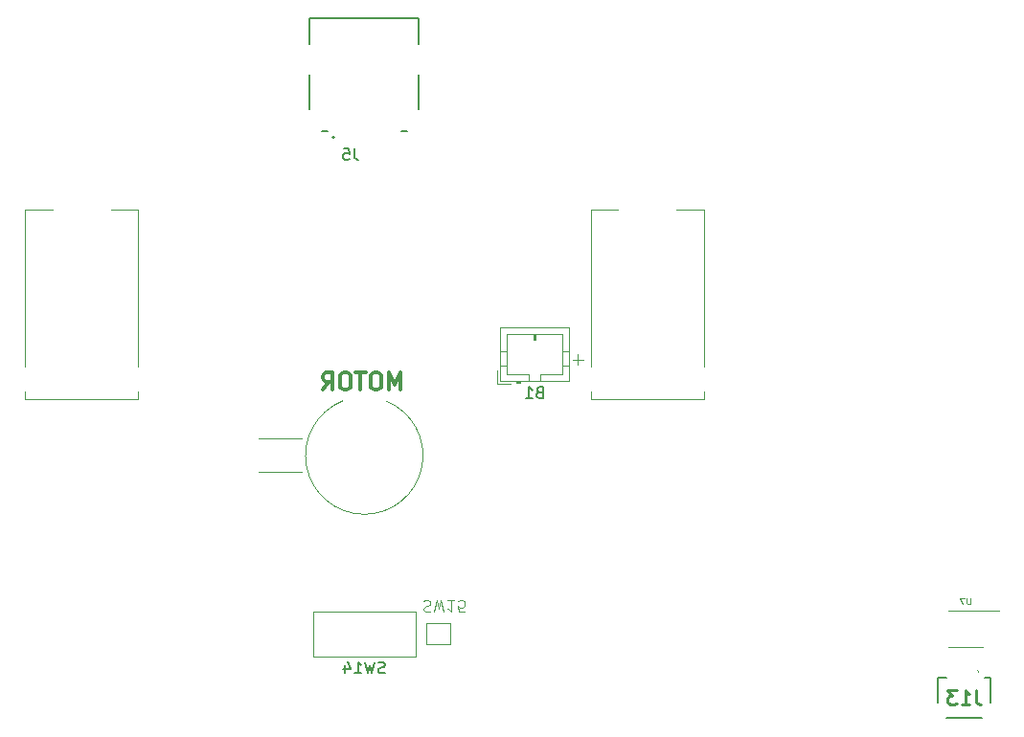
<source format=gbr>
%TF.GenerationSoftware,KiCad,Pcbnew,7.0.6*%
%TF.CreationDate,2024-04-04T00:10:15-07:00*%
%TF.ProjectId,UGC_Main,5547435f-4d61-4696-9e2e-6b696361645f,rev?*%
%TF.SameCoordinates,Original*%
%TF.FileFunction,Legend,Bot*%
%TF.FilePolarity,Positive*%
%FSLAX46Y46*%
G04 Gerber Fmt 4.6, Leading zero omitted, Abs format (unit mm)*
G04 Created by KiCad (PCBNEW 7.0.6) date 2024-04-04 00:10:15*
%MOMM*%
%LPD*%
G01*
G04 APERTURE LIST*
%ADD10C,0.100000*%
%ADD11C,0.300000*%
%ADD12C,0.120000*%
%ADD13C,0.150000*%
%ADD14C,0.254000*%
%ADD15C,0.200000*%
%ADD16C,0.127000*%
G04 APERTURE END LIST*
D10*
X212961809Y-121178934D02*
X209103184Y-121178934D01*
X209118572Y-118178934D02*
X212979599Y-118178934D01*
X216559446Y-114885160D02*
G75*
G03*
X220397094Y-114885160I1918824J-4826433D01*
G01*
D11*
X221655489Y-113880828D02*
X221655489Y-112380828D01*
X221655489Y-112380828D02*
X221155489Y-113452257D01*
X221155489Y-113452257D02*
X220655489Y-112380828D01*
X220655489Y-112380828D02*
X220655489Y-113880828D01*
X219655488Y-112380828D02*
X219369774Y-112380828D01*
X219369774Y-112380828D02*
X219226917Y-112452257D01*
X219226917Y-112452257D02*
X219084060Y-112595114D01*
X219084060Y-112595114D02*
X219012631Y-112880828D01*
X219012631Y-112880828D02*
X219012631Y-113380828D01*
X219012631Y-113380828D02*
X219084060Y-113666542D01*
X219084060Y-113666542D02*
X219226917Y-113809400D01*
X219226917Y-113809400D02*
X219369774Y-113880828D01*
X219369774Y-113880828D02*
X219655488Y-113880828D01*
X219655488Y-113880828D02*
X219798346Y-113809400D01*
X219798346Y-113809400D02*
X219941203Y-113666542D01*
X219941203Y-113666542D02*
X220012631Y-113380828D01*
X220012631Y-113380828D02*
X220012631Y-112880828D01*
X220012631Y-112880828D02*
X219941203Y-112595114D01*
X219941203Y-112595114D02*
X219798346Y-112452257D01*
X219798346Y-112452257D02*
X219655488Y-112380828D01*
X218584059Y-112380828D02*
X217726917Y-112380828D01*
X218155488Y-113880828D02*
X218155488Y-112380828D01*
X216941202Y-112380828D02*
X216655488Y-112380828D01*
X216655488Y-112380828D02*
X216512631Y-112452257D01*
X216512631Y-112452257D02*
X216369774Y-112595114D01*
X216369774Y-112595114D02*
X216298345Y-112880828D01*
X216298345Y-112880828D02*
X216298345Y-113380828D01*
X216298345Y-113380828D02*
X216369774Y-113666542D01*
X216369774Y-113666542D02*
X216512631Y-113809400D01*
X216512631Y-113809400D02*
X216655488Y-113880828D01*
X216655488Y-113880828D02*
X216941202Y-113880828D01*
X216941202Y-113880828D02*
X217084060Y-113809400D01*
X217084060Y-113809400D02*
X217226917Y-113666542D01*
X217226917Y-113666542D02*
X217298345Y-113380828D01*
X217298345Y-113380828D02*
X217298345Y-112880828D01*
X217298345Y-112880828D02*
X217226917Y-112595114D01*
X217226917Y-112595114D02*
X217084060Y-112452257D01*
X217084060Y-112452257D02*
X216941202Y-112380828D01*
X214798345Y-113880828D02*
X215298345Y-113166542D01*
X215655488Y-113880828D02*
X215655488Y-112380828D01*
X215655488Y-112380828D02*
X215084059Y-112380828D01*
X215084059Y-112380828D02*
X214941202Y-112452257D01*
X214941202Y-112452257D02*
X214869773Y-112523685D01*
X214869773Y-112523685D02*
X214798345Y-112666542D01*
X214798345Y-112666542D02*
X214798345Y-112880828D01*
X214798345Y-112880828D02*
X214869773Y-113023685D01*
X214869773Y-113023685D02*
X214941202Y-113095114D01*
X214941202Y-113095114D02*
X215084059Y-113166542D01*
X215084059Y-113166542D02*
X215655488Y-113166542D01*
D12*
X237850033Y-111226193D02*
X236897653Y-111226193D01*
X237373843Y-111702383D02*
X237373843Y-110750002D01*
D13*
X220285159Y-138916183D02*
X220142302Y-138963802D01*
X220142302Y-138963802D02*
X219904207Y-138963802D01*
X219904207Y-138963802D02*
X219808969Y-138916183D01*
X219808969Y-138916183D02*
X219761350Y-138868563D01*
X219761350Y-138868563D02*
X219713731Y-138773325D01*
X219713731Y-138773325D02*
X219713731Y-138678087D01*
X219713731Y-138678087D02*
X219761350Y-138582849D01*
X219761350Y-138582849D02*
X219808969Y-138535230D01*
X219808969Y-138535230D02*
X219904207Y-138487611D01*
X219904207Y-138487611D02*
X220094683Y-138439992D01*
X220094683Y-138439992D02*
X220189921Y-138392373D01*
X220189921Y-138392373D02*
X220237540Y-138344754D01*
X220237540Y-138344754D02*
X220285159Y-138249516D01*
X220285159Y-138249516D02*
X220285159Y-138154278D01*
X220285159Y-138154278D02*
X220237540Y-138059040D01*
X220237540Y-138059040D02*
X220189921Y-138011421D01*
X220189921Y-138011421D02*
X220094683Y-137963802D01*
X220094683Y-137963802D02*
X219856588Y-137963802D01*
X219856588Y-137963802D02*
X219713731Y-138011421D01*
X219380397Y-137963802D02*
X219142302Y-138963802D01*
X219142302Y-138963802D02*
X218951826Y-138249516D01*
X218951826Y-138249516D02*
X218761350Y-138963802D01*
X218761350Y-138963802D02*
X218523255Y-137963802D01*
X217618493Y-138963802D02*
X218189921Y-138963802D01*
X217904207Y-138963802D02*
X217904207Y-137963802D01*
X217904207Y-137963802D02*
X217999445Y-138106659D01*
X217999445Y-138106659D02*
X218094683Y-138201897D01*
X218094683Y-138201897D02*
X218189921Y-138249516D01*
X216761350Y-138297135D02*
X216761350Y-138963802D01*
X216999445Y-137916183D02*
X217237540Y-138630468D01*
X217237540Y-138630468D02*
X216618493Y-138630468D01*
D10*
X223738476Y-132571000D02*
X223881333Y-132523380D01*
X223881333Y-132523380D02*
X224119428Y-132523380D01*
X224119428Y-132523380D02*
X224214666Y-132571000D01*
X224214666Y-132571000D02*
X224262285Y-132618619D01*
X224262285Y-132618619D02*
X224309904Y-132713857D01*
X224309904Y-132713857D02*
X224309904Y-132809095D01*
X224309904Y-132809095D02*
X224262285Y-132904333D01*
X224262285Y-132904333D02*
X224214666Y-132951952D01*
X224214666Y-132951952D02*
X224119428Y-132999571D01*
X224119428Y-132999571D02*
X223928952Y-133047190D01*
X223928952Y-133047190D02*
X223833714Y-133094809D01*
X223833714Y-133094809D02*
X223786095Y-133142428D01*
X223786095Y-133142428D02*
X223738476Y-133237666D01*
X223738476Y-133237666D02*
X223738476Y-133332904D01*
X223738476Y-133332904D02*
X223786095Y-133428142D01*
X223786095Y-133428142D02*
X223833714Y-133475761D01*
X223833714Y-133475761D02*
X223928952Y-133523380D01*
X223928952Y-133523380D02*
X224167047Y-133523380D01*
X224167047Y-133523380D02*
X224309904Y-133475761D01*
X224643238Y-133523380D02*
X224881333Y-132523380D01*
X224881333Y-132523380D02*
X225071809Y-133237666D01*
X225071809Y-133237666D02*
X225262285Y-132523380D01*
X225262285Y-132523380D02*
X225500381Y-133523380D01*
X226405142Y-132523380D02*
X225833714Y-132523380D01*
X226119428Y-132523380D02*
X226119428Y-133523380D01*
X226119428Y-133523380D02*
X226024190Y-133380523D01*
X226024190Y-133380523D02*
X225928952Y-133285285D01*
X225928952Y-133285285D02*
X225833714Y-133237666D01*
X227309904Y-133523380D02*
X226833714Y-133523380D01*
X226833714Y-133523380D02*
X226786095Y-133047190D01*
X226786095Y-133047190D02*
X226833714Y-133094809D01*
X226833714Y-133094809D02*
X226928952Y-133142428D01*
X226928952Y-133142428D02*
X227167047Y-133142428D01*
X227167047Y-133142428D02*
X227262285Y-133094809D01*
X227262285Y-133094809D02*
X227309904Y-133047190D01*
X227309904Y-133047190D02*
X227357523Y-132951952D01*
X227357523Y-132951952D02*
X227357523Y-132713857D01*
X227357523Y-132713857D02*
X227309904Y-132618619D01*
X227309904Y-132618619D02*
X227262285Y-132571000D01*
X227262285Y-132571000D02*
X227167047Y-132523380D01*
X227167047Y-132523380D02*
X226928952Y-132523380D01*
X226928952Y-132523380D02*
X226833714Y-132571000D01*
X226833714Y-132571000D02*
X226786095Y-132618619D01*
D14*
X272518267Y-140460898D02*
X272518267Y-141368041D01*
X272518267Y-141368041D02*
X272578744Y-141549469D01*
X272578744Y-141549469D02*
X272699696Y-141670422D01*
X272699696Y-141670422D02*
X272881125Y-141730898D01*
X272881125Y-141730898D02*
X273002077Y-141730898D01*
X271248267Y-141730898D02*
X271973982Y-141730898D01*
X271611125Y-141730898D02*
X271611125Y-140460898D01*
X271611125Y-140460898D02*
X271732077Y-140642326D01*
X271732077Y-140642326D02*
X271853029Y-140763279D01*
X271853029Y-140763279D02*
X271973982Y-140823755D01*
X270824934Y-140460898D02*
X270038743Y-140460898D01*
X270038743Y-140460898D02*
X270462077Y-140944707D01*
X270462077Y-140944707D02*
X270280648Y-140944707D01*
X270280648Y-140944707D02*
X270159696Y-141005183D01*
X270159696Y-141005183D02*
X270099220Y-141065660D01*
X270099220Y-141065660D02*
X270038743Y-141186612D01*
X270038743Y-141186612D02*
X270038743Y-141488993D01*
X270038743Y-141488993D02*
X270099220Y-141609945D01*
X270099220Y-141609945D02*
X270159696Y-141670422D01*
X270159696Y-141670422D02*
X270280648Y-141730898D01*
X270280648Y-141730898D02*
X270643505Y-141730898D01*
X270643505Y-141730898D02*
X270764458Y-141670422D01*
X270764458Y-141670422D02*
X270824934Y-141609945D01*
D13*
X233952357Y-114116480D02*
X233809500Y-114164099D01*
X233809500Y-114164099D02*
X233761881Y-114211718D01*
X233761881Y-114211718D02*
X233714262Y-114306956D01*
X233714262Y-114306956D02*
X233714262Y-114449813D01*
X233714262Y-114449813D02*
X233761881Y-114545051D01*
X233761881Y-114545051D02*
X233809500Y-114592671D01*
X233809500Y-114592671D02*
X233904738Y-114640290D01*
X233904738Y-114640290D02*
X234285690Y-114640290D01*
X234285690Y-114640290D02*
X234285690Y-113640290D01*
X234285690Y-113640290D02*
X233952357Y-113640290D01*
X233952357Y-113640290D02*
X233857119Y-113687909D01*
X233857119Y-113687909D02*
X233809500Y-113735528D01*
X233809500Y-113735528D02*
X233761881Y-113830766D01*
X233761881Y-113830766D02*
X233761881Y-113926004D01*
X233761881Y-113926004D02*
X233809500Y-114021242D01*
X233809500Y-114021242D02*
X233857119Y-114068861D01*
X233857119Y-114068861D02*
X233952357Y-114116480D01*
X233952357Y-114116480D02*
X234285690Y-114116480D01*
X232761881Y-114640290D02*
X233333309Y-114640290D01*
X233047595Y-114640290D02*
X233047595Y-113640290D01*
X233047595Y-113640290D02*
X233142833Y-113783147D01*
X233142833Y-113783147D02*
X233238071Y-113878385D01*
X233238071Y-113878385D02*
X233333309Y-113926004D01*
X217590563Y-92552798D02*
X217590563Y-93268467D01*
X217590563Y-93268467D02*
X217638275Y-93411601D01*
X217638275Y-93411601D02*
X217733697Y-93507024D01*
X217733697Y-93507024D02*
X217876831Y-93554735D01*
X217876831Y-93554735D02*
X217972254Y-93554735D01*
X216636337Y-92552798D02*
X217113450Y-92552798D01*
X217113450Y-92552798D02*
X217161161Y-93029911D01*
X217161161Y-93029911D02*
X217113450Y-92982199D01*
X217113450Y-92982199D02*
X217018028Y-92934488D01*
X217018028Y-92934488D02*
X216779471Y-92934488D01*
X216779471Y-92934488D02*
X216684049Y-92982199D01*
X216684049Y-92982199D02*
X216636337Y-93029911D01*
X216636337Y-93029911D02*
X216588626Y-93125333D01*
X216588626Y-93125333D02*
X216588626Y-93363890D01*
X216588626Y-93363890D02*
X216636337Y-93459312D01*
X216636337Y-93459312D02*
X216684049Y-93507024D01*
X216684049Y-93507024D02*
X216779471Y-93554735D01*
X216779471Y-93554735D02*
X217018028Y-93554735D01*
X217018028Y-93554735D02*
X217113450Y-93507024D01*
X217113450Y-93507024D02*
X217161161Y-93459312D01*
D12*
X272046647Y-132325400D02*
X272046647Y-132770638D01*
X272046647Y-132770638D02*
X272020457Y-132823019D01*
X272020457Y-132823019D02*
X271994266Y-132849210D01*
X271994266Y-132849210D02*
X271941885Y-132875400D01*
X271941885Y-132875400D02*
X271837123Y-132875400D01*
X271837123Y-132875400D02*
X271784742Y-132849210D01*
X271784742Y-132849210D02*
X271758552Y-132823019D01*
X271758552Y-132823019D02*
X271732361Y-132770638D01*
X271732361Y-132770638D02*
X271732361Y-132325400D01*
X271522838Y-132325400D02*
X271156171Y-132325400D01*
X271156171Y-132325400D02*
X271391886Y-132875400D01*
%TO.C,SW14*%
X222983657Y-137484400D02*
X213983657Y-137484400D01*
X222983657Y-133484400D02*
X222983657Y-137484400D01*
X222983657Y-133484400D02*
X213983657Y-133484400D01*
X213983657Y-133484400D02*
X213983657Y-137484400D01*
D10*
%TO.C,SW15*%
X223989200Y-136419200D02*
X226090800Y-136419200D01*
X226090800Y-136419200D02*
X226090800Y-134520800D01*
X226090800Y-134520800D02*
X223989200Y-134520800D01*
X223989200Y-134520800D02*
X223989200Y-136419200D01*
D15*
%TO.C,J13*%
X273840173Y-139356580D02*
X273840173Y-141556580D01*
X273290173Y-139356580D02*
X273840173Y-139356580D01*
X273090173Y-142956580D02*
X269890173Y-142956580D01*
D10*
X272690173Y-138856580D02*
X272690173Y-138856580D01*
X272690173Y-138756580D02*
X272690173Y-138756580D01*
D15*
X269890173Y-139356580D02*
X269140173Y-139356580D01*
X269140173Y-139356580D02*
X269140173Y-141556580D01*
D10*
X272690173Y-138756580D02*
G75*
G03*
X272690173Y-138856580I0J-50000D01*
G01*
X272690173Y-138856580D02*
G75*
G03*
X272690173Y-138756580I0J50000D01*
G01*
%TO.C,RV2*%
X248483657Y-114684400D02*
X248483657Y-114059400D01*
X248483657Y-114684400D02*
X238483657Y-114684400D01*
X248483657Y-97934400D02*
X248483657Y-111874400D01*
X248483657Y-97934400D02*
X246073657Y-97934400D01*
X240893657Y-97934400D02*
X238483657Y-97934400D01*
X238483657Y-114684400D02*
X238483657Y-114054400D01*
X238483657Y-97934400D02*
X238483657Y-111874400D01*
D12*
%TO.C,B1*%
X230187596Y-113395471D02*
X230187596Y-112145471D01*
X230487596Y-108375471D02*
X236607596Y-108375471D01*
X230487596Y-110485471D02*
X231097596Y-110485471D01*
X230487596Y-111785471D02*
X231097596Y-111785471D01*
X230487596Y-113095471D02*
X230487596Y-108375471D01*
X231097596Y-108985471D02*
X235997596Y-108985471D01*
X231097596Y-112485471D02*
X231097596Y-108985471D01*
X231437596Y-113395471D02*
X230187596Y-113395471D01*
X231947596Y-113295471D02*
X231947596Y-113095471D01*
X232247596Y-113095471D02*
X232247596Y-113295471D01*
X232247596Y-113195471D02*
X231947596Y-113195471D01*
X232247596Y-113295471D02*
X231947596Y-113295471D01*
X233047596Y-112485471D02*
X231097596Y-112485471D01*
X233047596Y-113095471D02*
X233047596Y-112485471D01*
X233447596Y-108985471D02*
X233447596Y-109485471D01*
X233447596Y-109485471D02*
X233647596Y-109485471D01*
X233547596Y-108985471D02*
X233547596Y-109485471D01*
X233647596Y-109485471D02*
X233647596Y-108985471D01*
X234047596Y-112485471D02*
X234047596Y-113095471D01*
X235997596Y-108985471D02*
X235997596Y-112485471D01*
X235997596Y-112485471D02*
X234047596Y-112485471D01*
X236607596Y-108375471D02*
X236607596Y-113095471D01*
X236607596Y-110485471D02*
X235997596Y-110485471D01*
X236607596Y-111785471D02*
X235997596Y-111785471D01*
X236607596Y-113095471D02*
X230487596Y-113095471D01*
D16*
%TO.C,J5*%
X213658635Y-81054400D02*
X213658635Y-83304400D01*
X213658635Y-86054400D02*
X213658635Y-89054400D01*
X214733635Y-91054400D02*
X215233635Y-91054400D01*
X221733635Y-91054400D02*
X222233635Y-91054400D01*
X223308635Y-81054400D02*
X213658635Y-81054400D01*
X223308635Y-83304400D02*
X223308635Y-81054400D01*
X223308635Y-89054400D02*
X223308635Y-86054400D01*
D15*
X215833635Y-91554400D02*
G75*
G03*
X215833635Y-91554400I-100000J0D01*
G01*
D12*
%TO.C,U7*%
X271627600Y-136687200D02*
X273127600Y-136687200D01*
X271627600Y-136687200D02*
X270127600Y-136687200D01*
X271627600Y-133467200D02*
X274552600Y-133467200D01*
X271627600Y-133467200D02*
X270127600Y-133467200D01*
D10*
%TO.C,RV1*%
X198483657Y-114684400D02*
X198483657Y-114059400D01*
X198483657Y-114684400D02*
X188483657Y-114684400D01*
X198483657Y-97934400D02*
X198483657Y-111874400D01*
X198483657Y-97934400D02*
X196073657Y-97934400D01*
X190893657Y-97934400D02*
X188483657Y-97934400D01*
X188483657Y-114684400D02*
X188483657Y-114054400D01*
X188483657Y-97934400D02*
X188483657Y-111874400D01*
%TD*%
M02*

</source>
